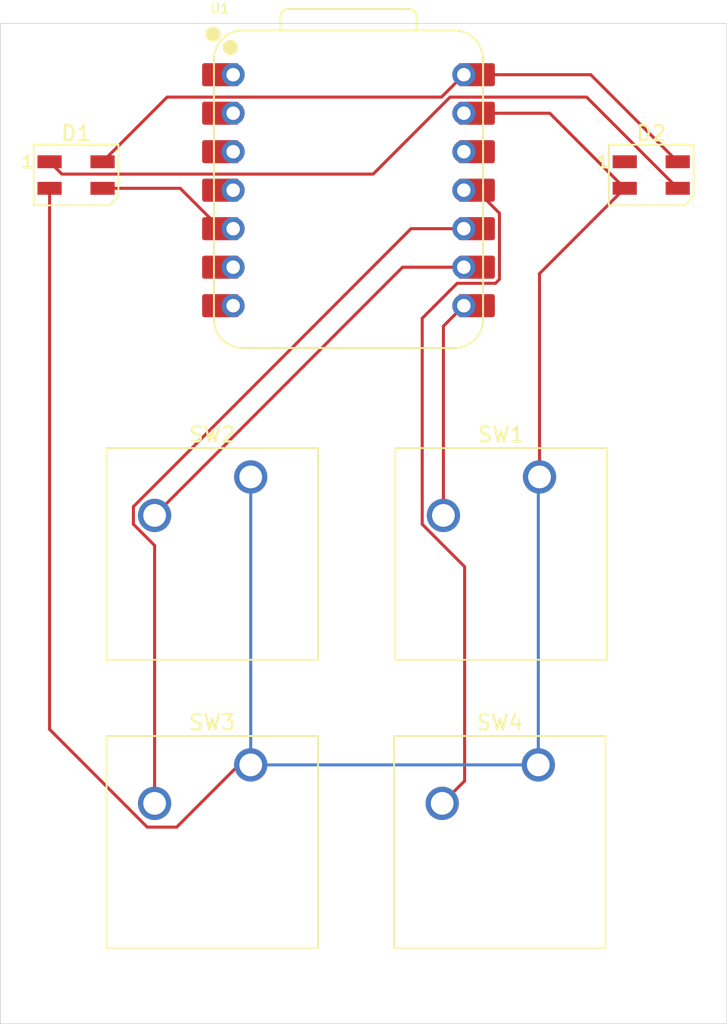
<source format=kicad_pcb>
(kicad_pcb (version 20241229) (generator "pcbnew") (generator_version "9.0")
  (layers (0 "F.Cu" signal) (2 "B.Cu" signal) (13 "F.Paste" user) (15 "B.Paste" user) (5 "F.SilkS" user "F.Silkscreen") (7 "B.SilkS" user "B.Silkscreen") (1 "F.Mask" user) (3 "B.Mask" user) (25 "Edge.Cuts" user))
  (net 0 "")
  (net 1 "Net-(D1-DIN)")
  (net 2 "Net-(D1-DOUT)")
  (net 3 "GND")
  (net 4 "+5V")
  (net 6 "Net-(U1-GPIO1{slash}RX)")
  (net 7 "Net-(U1-GPIO2{slash}SCK)")
  (net 8 "Net-(U1-GPIO4{slash}MISO)")
  (net 9 "Net-(U1-GPIO3{slash}MOSI)")
  (footprint "Button_Switch_Keyboard:SW_Cherry_MX_1.00u_PCB" (layer "F.Cu") (at 192.62 79.92)
    (property "Reference" "SW1" (at -2.54 -2.794 0) (layer "F.SilkS"))
    (property "Value" "SW_Push")
    (fp_line (start -9.525 -1.905) (end 4.445 -1.905) (stroke (width 0.12)) (layer "F.SilkS"))
    (fp_line (start -9.525 12.065) (end -9.525 -1.905) (stroke (width 0.12)) (layer "F.SilkS"))
    (fp_line (start 4.445 -1.905) (end 4.445 12.065) (stroke (width 0.12)) (layer "F.SilkS"))
    (fp_line (start 4.445 12.065) (end -9.525 12.065) (stroke (width 0.12)) (layer "F.SilkS"))
    (pad "" np_thru_hole circle (at -7.62 5.08) (size 1.7 1.7) (drill 1.7) (layers "*.Cu" "*.Mask"))
    (pad "" np_thru_hole circle (at -2.54 5.08) (size 4 4) (drill 4) (layers "*.Cu" "*.Mask"))
    (pad "" np_thru_hole circle (at 2.54 5.08) (size 1.7 1.7) (drill 1.7) (layers "*.Cu" "*.Mask"))
    (pad "1" thru_hole circle (at 0 0) (size 2.2 2.2) (drill 1.5) (layers "*.Cu" "*.Mask") (net 3 "GND"))
    (pad "2" thru_hole circle (at -6.35 2.54) (size 2.2 2.2) (drill 1.5) (layers "*.Cu" "*.Mask") (net 6 "Net-(U1-GPIO1{slash}RX)"))
  )
  (footprint "Seeed Studio XIAO Series Library:XIAO-RP2040-DIP" (layer "F.Cu") (at 180 61)
    (property "Reference" "U1" (at -8.5 -12 0) (layer "F.SilkS") (effects (font (size 0.635 0.635) (thickness 0.1016))))
    (property "Value" "XIAO-RP2040-DIP")
    (fp_line (start -8.89 8.509) (end -8.89 -8.636) (stroke (width 0.127)) (layer "F.SilkS"))
    (fp_line (start -6.985 10.414) (end 6.985 10.414) (stroke (width 0.127)) (layer "F.SilkS"))
    (fp_line (start -4.495 -10.541) (end -4.491272 -11.451272) (stroke (width 0.127)) (layer "F.SilkS"))
    (fp_line (start -3.991272 -11.951) (end 4.004 -11.951) (stroke (width 0.127)) (layer "F.SilkS"))
    (fp_line (start 4.504 -11.451) (end 4.504 -10.541) (stroke (width 0.127)) (layer "F.SilkS"))
    (fp_line (start 6.985 -10.541) (end -6.985 -10.541) (stroke (width 0.1)) (layer "F.SilkS"))
    (fp_line (start 6.985 -10.541) (end -6.985 -10.541) (stroke (width 0.127)) (layer "F.SilkS"))
    (fp_line (start 8.89 8.509) (end 8.89 -8.636) (stroke (width 0.127)) (layer "F.SilkS"))
    (fp_arc (start -8.89 -8.636) (mid -8.332038 -9.983038) (end -6.985 -10.541) (stroke (width 0.127)) (layer "F.SilkS"))
    (fp_arc (start -6.985 10.414) (mid -8.332038 9.856038) (end -8.89 8.509) (stroke (width 0.127)) (layer "F.SilkS"))
    (fp_arc (start -4.491272 -11.451272) (mid -4.344728 -11.80464) (end -3.991272 -11.951) (stroke (width 0.127)) (layer "F.SilkS"))
    (fp_arc (start 4.004 -11.951) (mid 4.357553 -11.804553) (end 4.504 -11.451) (stroke (width 0.127)) (layer "F.SilkS"))
    (fp_arc (start 6.985 -10.541) (mid 8.332038 -9.983038) (end 8.89 -8.636) (stroke (width 0.127)) (layer "F.SilkS"))
    (fp_arc (start 8.89 8.509) (mid 8.332038 9.856038) (end 6.985 10.414) (stroke (width 0.127)) (layer "F.SilkS"))
    (fp_circle (center -8.95 -10.3) (end -8.95 -10.554) (stroke (width 0.5)) (fill yes) (layer "F.SilkS"))
    (fp_circle (center -7.807 -9.42) (end -7.807 -9.674) (stroke (width 0.5)) (fill yes) (layer "F.SilkS"))
    (pad "1" smd roundrect (at -8.455 -7.62 180) (size 2.432 1.524) (layers "F.Cu" "F.Mask") (roundrect_rratio 0.1))
    (pad "1" thru_hole circle (at -7.62 -7.62 180) (size 1.524 1.524) (drill 0.889) (layers "*.Cu" "*.Mask"))
    (pad "2" smd roundrect (at -8.455 -5.08 180) (size 2.432 1.524) (layers "F.Cu" "F.Mask") (roundrect_rratio 0.1))
    (pad "2" thru_hole circle (at -7.62 -5.08 180) (size 1.524 1.524) (drill 0.889) (layers "*.Cu" "*.Mask"))
    (pad "3" smd roundrect (at -8.455 -2.54 180) (size 2.432 1.524) (layers "F.Cu" "F.Mask") (roundrect_rratio 0.1))
    (pad "3" thru_hole circle (at -7.62 -2.54 180) (size 1.524 1.524) (drill 0.889) (layers "*.Cu" "*.Mask"))
    (pad "4" smd roundrect (at -8.455 0 180) (size 2.432 1.524) (layers "F.Cu" "F.Mask") (roundrect_rratio 0.1))
    (pad "4" thru_hole circle (at -7.62 0 180) (size 1.524 1.524) (drill 0.889) (layers "*.Cu" "*.Mask"))
    (pad "5" smd roundrect (at -8.455 2.54 180) (size 2.432 1.524) (layers "F.Cu" "F.Mask") (roundrect_rratio 0.1) (net 1 "Net-(D1-DIN)"))
    (pad "5" thru_hole circle (at -7.62 2.54 180) (size 1.524 1.524) (drill 0.889) (layers "*.Cu" "*.Mask") (net 1 "Net-(D1-DIN)"))
    (pad "6" smd roundrect (at -8.455 5.08 180) (size 2.432 1.524) (layers "F.Cu" "F.Mask") (roundrect_rratio 0.1))
    (pad "6" thru_hole circle (at -7.62 5.08 180) (size 1.524 1.524) (drill 0.889) (layers "*.Cu" "*.Mask"))
    (pad "7" smd roundrect (at -8.455 7.62 180) (size 2.432 1.524) (layers "F.Cu" "F.Mask") (roundrect_rratio 0.1))
    (pad "7" thru_hole circle (at -7.62 7.62 180) (size 1.524 1.524) (drill 0.889) (layers "*.Cu" "*.Mask"))
    (pad "8" thru_hole circle (at 7.62 7.62) (size 1.524 1.524) (drill 0.889) (layers "*.Cu" "*.Mask") (net 6 "Net-(U1-GPIO1{slash}RX)"))
    (pad "8" smd roundrect (at 8.455 7.62) (size 2.432 1.524) (layers "F.Cu" "F.Mask") (roundrect_rratio 0.1) (net 6 "Net-(U1-GPIO1{slash}RX)"))
    (pad "9" thru_hole circle (at 7.62 5.08) (size 1.524 1.524) (drill 0.889) (layers "*.Cu" "*.Mask") (net 7 "Net-(U1-GPIO2{slash}SCK)"))
    (pad "9" smd roundrect (at 8.455 5.08) (size 2.432 1.524) (layers "F.Cu" "F.Mask") (roundrect_rratio 0.1) (net 7 "Net-(U1-GPIO2{slash}SCK)"))
    (pad "10" thru_hole circle (at 7.62 2.54) (size 1.524 1.524) (drill 0.889) (layers "*.Cu" "*.Mask") (net 8 "Net-(U1-GPIO4{slash}MISO)"))
    (pad "10" smd roundrect (at 8.455 2.54) (size 2.432 1.524) (layers "F.Cu" "F.Mask") (roundrect_rratio 0.1) (net 8 "Net-(U1-GPIO4{slash}MISO)"))
    (pad "11" thru_hole circle (at 7.62 0) (size 1.524 1.524) (drill 0.889) (layers "*.Cu" "*.Mask") (net 9 "Net-(U1-GPIO3{slash}MOSI)"))
    (pad "11" smd roundrect (at 8.455 0) (size 2.432 1.524) (layers "F.Cu" "F.Mask") (roundrect_rratio 0.1) (net 9 "Net-(U1-GPIO3{slash}MOSI)"))
    (pad "12" thru_hole circle (at 7.62 -2.54) (size 1.524 1.524) (drill 0.889) (layers "*.Cu" "*.Mask"))
    (pad "12" smd roundrect (at 8.455 -2.54) (size 2.432 1.524) (layers "F.Cu" "F.Mask") (roundrect_rratio 0.1))
    (pad "13" thru_hole circle (at 7.62 -5.08) (size 1.524 1.524) (drill 0.889) (layers "*.Cu" "*.Mask") (net 3 "GND"))
    (pad "13" smd roundrect (at 8.455 -5.08) (size 2.432 1.524) (layers "F.Cu" "F.Mask") (roundrect_rratio 0.1) (net 3 "GND"))
    (pad "14" thru_hole circle (at 7.62 -7.62) (size 1.524 1.524) (drill 0.889) (layers "*.Cu" "*.Mask") (net 4 "+5V"))
    (pad "14" smd roundrect (at 8.455 -7.62) (size 2.432 1.524) (layers "F.Cu" "F.Mask") (roundrect_rratio 0.1) (net 4 "+5V"))
  )
  (footprint "LED_SMD:LED_SK6812MINI_PLCC4_3.5x3.5mm_P1.75mm" (layer "F.Cu") (at 200 60)
    (property "Reference" "D2" (at 0 -2.75 0) (layer "F.SilkS"))
    (property "Value" "SK6812MINI")
    (fp_line (start -2.8 -2) (end -2.8 2) (stroke (width 0.12)) (layer "F.SilkS"))
    (fp_line (start -2.8 -2) (end 2.8 -2) (stroke (width 0.12)) (layer "F.SilkS"))
    (fp_line (start -2.8 2) (end 2.2 2) (stroke (width 0.12)) (layer "F.SilkS"))
    (fp_line (start 2.8 1.4) (end 2.2 2) (stroke (width 0.12)) (layer "F.SilkS"))
    (fp_line (start 2.8 1.4) (end 2.8 -2) (stroke (width 0.12)) (layer "F.SilkS"))
    (fp_text user "1" (at -3.2 -0.875 0) (layer "F.SilkS") (effects (font (size 0.8 0.8))))
    (pad "1" smd rect (at -1.75 -0.875) (size 1.6 0.85) (layers "F.Cu" "F.Mask" "F.Paste"))
    (pad "2" smd rect (at -1.75 0.875) (size 1.6 0.85) (layers "F.Cu" "F.Mask" "F.Paste") (net 3 "GND"))
    (pad "3" smd rect (at 1.75 0.875) (size 1.6 0.85) (layers "F.Cu" "F.Mask" "F.Paste") (net 2 "Net-(D1-DOUT)"))
    (pad "4" smd rect (at 1.75 -0.875) (size 1.6 0.85) (layers "F.Cu" "F.Mask" "F.Paste") (net 4 "+5V"))
  )
  (footprint "Button_Switch_Keyboard:SW_Cherry_MX_1.00u_PCB" (layer "F.Cu") (at 173.54 98.92)
    (property "Reference" "SW3" (at -2.54 -2.794 0) (layer "F.SilkS"))
    (property "Value" "SW_Push")
    (fp_line (start -9.525 -1.905) (end 4.445 -1.905) (stroke (width 0.12)) (layer "F.SilkS"))
    (fp_line (start -9.525 12.065) (end -9.525 -1.905) (stroke (width 0.12)) (layer "F.SilkS"))
    (fp_line (start 4.445 -1.905) (end 4.445 12.065) (stroke (width 0.12)) (layer "F.SilkS"))
    (fp_line (start 4.445 12.065) (end -9.525 12.065) (stroke (width 0.12)) (layer "F.SilkS"))
    (pad "" np_thru_hole circle (at -7.62 5.08) (size 1.7 1.7) (drill 1.7) (layers "*.Cu" "*.Mask"))
    (pad "" np_thru_hole circle (at -2.54 5.08) (size 4 4) (drill 4) (layers "*.Cu" "*.Mask"))
    (pad "" np_thru_hole circle (at 2.54 5.08) (size 1.7 1.7) (drill 1.7) (layers "*.Cu" "*.Mask"))
    (pad "1" thru_hole circle (at 0 0) (size 2.2 2.2) (drill 1.5) (layers "*.Cu" "*.Mask") (net 3 "GND"))
    (pad "2" thru_hole circle (at -6.35 2.54) (size 2.2 2.2) (drill 1.5) (layers "*.Cu" "*.Mask") (net 8 "Net-(U1-GPIO4{slash}MISO)"))
  )
  (footprint "LED_SMD:LED_SK6812MINI_PLCC4_3.5x3.5mm_P1.75mm" (layer "F.Cu") (at 162 60)
    (property "Reference" "D1" (at 0 -2.75 0) (layer "F.SilkS"))
    (property "Value" "SK6812MINI")
    (fp_line (start -2.8 -2) (end -2.8 2) (stroke (width 0.12)) (layer "F.SilkS"))
    (fp_line (start -2.8 -2) (end 2.8 -2) (stroke (width 0.12)) (layer "F.SilkS"))
    (fp_line (start -2.8 2) (end 2.2 2) (stroke (width 0.12)) (layer "F.SilkS"))
    (fp_line (start 2.8 1.4) (end 2.2 2) (stroke (width 0.12)) (layer "F.SilkS"))
    (fp_line (start 2.8 1.4) (end 2.8 -2) (stroke (width 0.12)) (layer "F.SilkS"))
    (fp_text user "1" (at -3.2 -0.875 0) (layer "F.SilkS") (effects (font (size 0.8 0.8))))
    (pad "1" smd rect (at -1.75 -0.875) (size 1.6 0.85) (layers "F.Cu" "F.Mask" "F.Paste") (net 2 "Net-(D1-DOUT)"))
    (pad "2" smd rect (at -1.75 0.875) (size 1.6 0.85) (layers "F.Cu" "F.Mask" "F.Paste") (net 3 "GND"))
    (pad "3" smd rect (at 1.75 0.875) (size 1.6 0.85) (layers "F.Cu" "F.Mask" "F.Paste") (net 1 "Net-(D1-DIN)"))
    (pad "4" smd rect (at 1.75 -0.875) (size 1.6 0.85) (layers "F.Cu" "F.Mask" "F.Paste") (net 4 "+5V"))
  )
  (footprint "Button_Switch_Keyboard:SW_Cherry_MX_1.00u_PCB" (layer "F.Cu") (at 192.54 98.92)
    (property "Reference" "SW4" (at -2.54 -2.794 0) (layer "F.SilkS"))
    (property "Value" "SW_Push")
    (fp_line (start -9.525 -1.905) (end 4.445 -1.905) (stroke (width 0.12)) (layer "F.SilkS"))
    (fp_line (start -9.525 12.065) (end -9.525 -1.905) (stroke (width 0.12)) (layer "F.SilkS"))
    (fp_line (start 4.445 -1.905) (end 4.445 12.065) (stroke (width 0.12)) (layer "F.SilkS"))
    (fp_line (start 4.445 12.065) (end -9.525 12.065) (stroke (width 0.12)) (layer "F.SilkS"))
    (pad "" np_thru_hole circle (at -7.62 5.08) (size 1.7 1.7) (drill 1.7) (layers "*.Cu" "*.Mask"))
    (pad "" np_thru_hole circle (at -2.54 5.08) (size 4 4) (drill 4) (layers "*.Cu" "*.Mask"))
    (pad "" np_thru_hole circle (at 2.54 5.08) (size 1.7 1.7) (drill 1.7) (layers "*.Cu" "*.Mask"))
    (pad "1" thru_hole circle (at 0 0) (size 2.2 2.2) (drill 1.5) (layers "*.Cu" "*.Mask") (net 3 "GND"))
    (pad "2" thru_hole circle (at -6.35 2.54) (size 2.2 2.2) (drill 1.5) (layers "*.Cu" "*.Mask") (net 9 "Net-(U1-GPIO3{slash}MOSI)"))
  )
  (footprint "Button_Switch_Keyboard:SW_Cherry_MX_1.00u_PCB" (layer "F.Cu") (at 173.54 79.92)
    (property "Reference" "SW2" (at -2.54 -2.794 0) (layer "F.SilkS"))
    (property "Value" "SW_Push")
    (fp_line (start -9.525 -1.905) (end 4.445 -1.905) (stroke (width 0.12)) (layer "F.SilkS"))
    (fp_line (start -9.525 12.065) (end -9.525 -1.905) (stroke (width 0.12)) (layer "F.SilkS"))
    (fp_line (start 4.445 -1.905) (end 4.445 12.065) (stroke (width 0.12)) (layer "F.SilkS"))
    (fp_line (start 4.445 12.065) (end -9.525 12.065) (stroke (width 0.12)) (layer "F.SilkS"))
    (pad "" np_thru_hole circle (at -7.62 5.08) (size 1.7 1.7) (drill 1.7) (layers "*.Cu" "*.Mask"))
    (pad "" np_thru_hole circle (at -2.54 5.08) (size 4 4) (drill 4) (layers "*.Cu" "*.Mask"))
    (pad "" np_thru_hole circle (at 2.54 5.08) (size 1.7 1.7) (drill 1.7) (layers "*.Cu" "*.Mask"))
    (pad "1" thru_hole circle (at 0 0) (size 2.2 2.2) (drill 1.5) (layers "*.Cu" "*.Mask") (net 3 "GND"))
    (pad "2" thru_hole circle (at -6.35 2.54) (size 2.2 2.2) (drill 1.5) (layers "*.Cu" "*.Mask") (net 7 "Net-(U1-GPIO2{slash}SCK)"))
  )
  (gr_rect (start 157 50) (end 205 116) (stroke (width 0.05)) (fill no) (layer "Edge.Cuts"))
  (segment (start 163.75 60.875) (end 168.88 60.875) (width 0.2) (layer "F.Cu") (net 1))
  (segment (start 168.88 60.875) (end 171.545 63.54) (width 0.2) (layer "F.Cu") (net 1))
  (segment (start 186.7101 54.857) (end 181.6301 59.937) (width 0.2) (layer "F.Cu") (net 2))
  (segment (start 195.732 54.857) (end 186.7101 54.857) (width 0.2) (layer "F.Cu") (net 2))
  (segment (start 181.6301 59.937) (end 161.062 59.937) (width 0.2) (layer "F.Cu") (net 2))
  (segment (start 201.75 60.875) (end 195.732 54.857) (width 0.2) (layer "F.Cu") (net 2))
  (segment (start 161.062 59.937) (end 160.25 59.125) (width 0.2) (layer "F.Cu") (net 2))
  (segment (start 192.62 79.92) (end 192.62 66.505) (width 0.2) (layer "F.Cu") (net 3))
  (segment (start 160.25 60.875) (end 160.25 96.574816) (width 0.2) (layer "F.Cu") (net 3))
  (segment (start 160.25 96.574816) (end 166.701368 103.026184) (width 0.2) (layer "F.Cu") (net 3))
  (segment (start 166.701368 103.026184) (end 168.649 103.026184) (width 0.2) (layer "F.Cu") (net 3))
  (segment (start 198.25 60.875) (end 197.875 60.875) (width 0.2) (layer "F.Cu") (net 3))
  (segment (start 192.54 80) (end 192.62 79.92) (width 0.2) (layer "F.Cu") (net 3))
  (segment (start 172.755184 98.92) (end 173.54 98.92) (width 0.2) (layer "F.Cu") (net 3))
  (segment (start 188.455 55.92) (end 193.295 55.92) (width 0.2) (layer "F.Cu") (net 3))
  (segment (start 193.295 55.92) (end 198.25 60.875) (width 0.2) (layer "F.Cu") (net 3))
  (segment (start 192.62 66.505) (end 198.25 60.875) (width 0.2) (layer "F.Cu") (net 3))
  (segment (start 168.649 103.026184) (end 172.755184 98.92) (width 0.2) (layer "F.Cu") (net 3))
  (segment (start 192.54 98.92) (end 192.54 80) (width 0.2) (layer "B.Cu") (net 3))
  (segment (start 192.54 80) (end 192.62 79.92) (width 0.2) (layer "B.Cu") (net 3))
  (segment (start 173.54 98.92) (end 173.54 79.92) (width 0.2) (layer "B.Cu") (net 3))
  (segment (start 173.54 98.92) (end 192.54 98.92) (width 0.2) (layer "B.Cu") (net 3))
  (segment (start 201.75 59.125) (end 196.005 53.38) (width 0.2) (layer "F.Cu") (net 4))
  (segment (start 186.143 54.857) (end 187.62 53.38) (width 0.2) (layer "F.Cu") (net 4))
  (segment (start 163.75 59.125) (end 168.018 54.857) (width 0.2) (layer "F.Cu") (net 4))
  (segment (start 196.005 53.38) (end 187.62 53.38) (width 0.2) (layer "F.Cu") (net 4))
  (segment (start 168.018 54.857) (end 186.143 54.857) (width 0.2) (layer "F.Cu") (net 4))
  (segment (start 186.27 69.97) (end 187.62 68.62) (width 0.2) (layer "F.Cu") (net 6))
  (segment (start 186.27 82.46) (end 186.27 69.97) (width 0.2) (layer "F.Cu") (net 6))
  (segment (start 183.57 66.08) (end 187.62 66.08) (width 0.2) (layer "F.Cu") (net 7))
  (segment (start 167.19 82.46) (end 183.57 66.08) (width 0.2) (layer "F.Cu") (net 7))
  (segment (start 167.19 101.46) (end 167.19 84.441314) (width 0.2) (layer "F.Cu") (net 8))
  (segment (start 165.789 83.040314) (end 165.789 81.879686) (width 0.2) (layer "F.Cu") (net 8))
  (segment (start 165.789 81.879686) (end 184.128686 63.54) (width 0.2) (layer "F.Cu") (net 8))
  (segment (start 167.19 84.441314) (end 165.789 83.040314) (width 0.2) (layer "F.Cu") (net 8))
  (segment (start 184.128686 63.54) (end 187.62 63.54) (width 0.2) (layer "F.Cu") (net 8))
  (segment (start 189.972 62.517) (end 188.455 61) (width 0.2) (layer "F.Cu") (net 9))
  (segment (start 188.455 61) (end 187.62 61) (width 0.2) (layer "F.Cu") (net 9))
  (segment (start 187.17969 67.143) (end 189.710626 67.143) (width 0.2) (layer "F.Cu") (net 9))
  (segment (start 184.869 69.45369) (end 187.17969 67.143) (width 0.2) (layer "F.Cu") (net 9))
  (segment (start 186.19 101.46) (end 187.671 99.979) (width 0.2) (layer "F.Cu") (net 9))
  (segment (start 189.972 66.881626) (end 189.972 62.517) (width 0.2) (layer "F.Cu") (net 9))
  (segment (start 187.671 85.842314) (end 184.869 83.040314) (width 0.2) (layer "F.Cu") (net 9))
  (segment (start 187.671 99.979) (end 187.671 85.842314) (width 0.2) (layer "F.Cu") (net 9))
  (segment (start 189.710626 67.143) (end 189.972 66.881626) (width 0.2) (layer "F.Cu") (net 9))
  (segment (start 184.869 83.040314) (end 184.869 69.45369) (width 0.2) (layer "F.Cu") (net 9))
)
</source>
